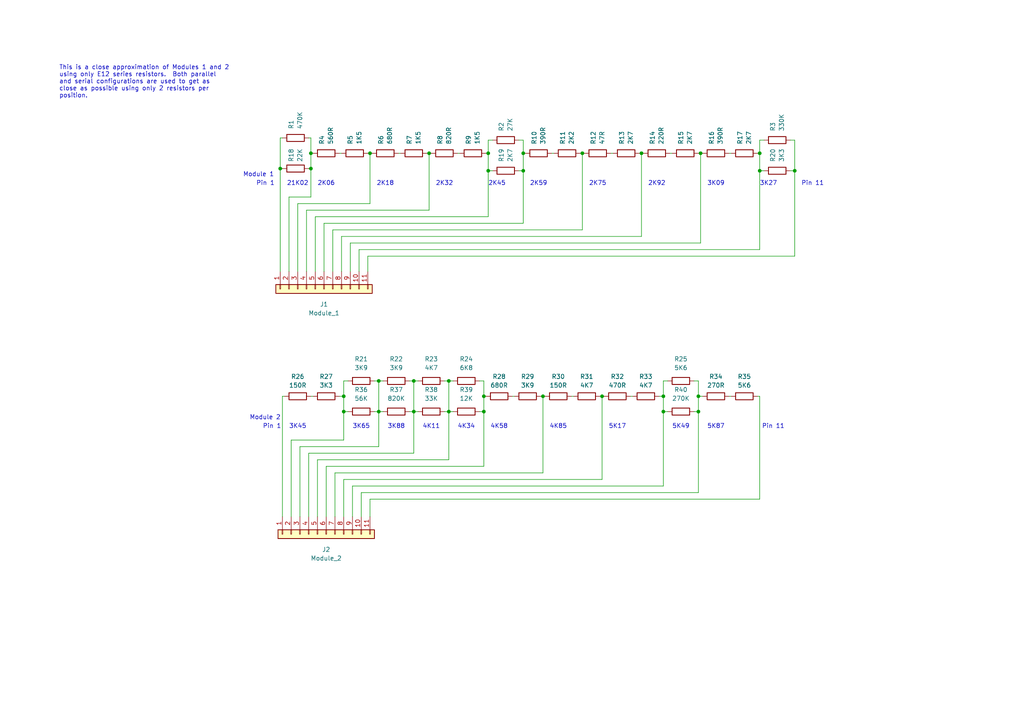
<source format=kicad_sch>
(kicad_sch (version 20211123) (generator eeschema)
  (paper "A4")
  (title_block (title "Approximation of Stylophone Modules") (date "2023-01-15") (rev "1_0") (company "https://www.waitingforfriday.com") (comment 1 "(c) 2023 Simon Inns") (comment 2 "License: Attribution-ShareAlike 4.0 International (CC BY-SA 4.0)"))
  (lib_symbols
    (symbol "Connector_Generic:Conn_01x11" (pin_names (offset 1.016) hide)
      (property "Reference" "J" (at 0 15.24 0))
      (property "Value" "Conn_01x11" (at 0 -15.24 0))
      (symbol "Conn_01x11_1_1"
        (rectangle (start -1.27 -12.573) (end 0 -12.827) (stroke (width 0.1524)))
        (rectangle (start -1.27 -10.033) (end 0 -10.287) (stroke (width 0.1524)))
        (rectangle (start -1.27 -7.493) (end 0 -7.747) (stroke (width 0.1524)))
        (rectangle (start -1.27 -4.953) (end 0 -5.207) (stroke (width 0.1524)))
        (rectangle (start -1.27 -2.413) (end 0 -2.667) (stroke (width 0.1524)))
        (rectangle (start -1.27 0.127) (end 0 -0.127) (stroke (width 0.1524)))
        (rectangle (start -1.27 2.667) (end 0 2.413) (stroke (width 0.1524)))
        (rectangle (start -1.27 5.207) (end 0 4.953) (stroke (width 0.1524)))
        (rectangle (start -1.27 7.747) (end 0 7.493) (stroke (width 0.1524)))
        (rectangle (start -1.27 10.287) (end 0 10.033) (stroke (width 0.1524)))
        (rectangle (start -1.27 12.827) (end 0 12.573) (stroke (width 0.1524)))
        (rectangle (start -1.27 13.97) (end 1.27 -13.97) (stroke (width 0.254)) (fill (type background)))
        (pin passive line (at -5.08 12.7 0) (length 3.81) (name "Pin_1") (number "1"))
        (pin passive line (at -5.08 -10.16 0) (length 3.81) (name "Pin_10") (number "10"))
        (pin passive line (at -5.08 -12.7 0) (length 3.81) (name "Pin_11") (number "11"))
        (pin passive line (at -5.08 10.16 0) (length 3.81) (name "Pin_2") (number "2"))
        (pin passive line (at -5.08 7.62 0) (length 3.81) (name "Pin_3") (number "3"))
        (pin passive line (at -5.08 5.08 0) (length 3.81) (name "Pin_4") (number "4"))
        (pin passive line (at -5.08 2.54 0) (length 3.81) (name "Pin_5") (number "5"))
        (pin passive line (at -5.08 0 0) (length 3.81) (name "Pin_6") (number "6"))
        (pin passive line (at -5.08 -2.54 0) (length 3.81) (name "Pin_7") (number "7"))
        (pin passive line (at -5.08 -5.08 0) (length 3.81) (name "Pin_8") (number "8"))
        (pin passive line (at -5.08 -7.62 0) (length 3.81) (name "Pin_9") (number "9"))
      )
    )
    (symbol "Device:R" (pin_numbers hide) (pin_names (offset 0))
      (property "Reference" "R" (at 2.032 0 90))
      (property "Value" "R" (at 0 0 90))
      (symbol "R_0_1"
        (rectangle (start -1.016 -2.54) (end 1.016 2.54) (stroke (width 0.254)))
      )
      (symbol "R_1_1"
        (pin passive line (at 0 3.81 270) (length 1.27) (name "~") (number "1"))
        (pin passive line (at 0 -3.81 90) (length 1.27) (name "~") (number "2"))
      )
    )
  )
  (junction (at 151.765 44.45))
  (junction (at 220.345 44.45))
  (junction (at 186.055 44.45))
  (junction (at 81.28 48.895))
  (junction (at 109.855 110.49))
  (junction (at 220.345 49.53))
  (junction (at 140.335 114.935))
  (junction (at 90.17 48.895))
  (junction (at 230.505 49.53))
  (junction (at 120.015 110.49))
  (junction (at 120.015 119.38))
  (junction (at 141.605 44.45))
  (junction (at 99.695 114.935))
  (junction (at 90.17 44.45))
  (junction (at 141.605 49.53))
  (junction (at 202.565 114.935))
  (junction (at 130.175 110.49))
  (junction (at 192.405 119.38))
  (junction (at 140.335 119.38))
  (junction (at 168.91 44.45))
  (junction (at 157.48 114.935))
  (junction (at 202.565 119.38))
  (junction (at 192.405 114.935))
  (junction (at 174.625 114.935))
  (junction (at 109.855 119.38))
  (junction (at 151.765 49.53))
  (junction (at 203.2 44.45))
  (junction (at 124.46 44.45))
  (junction (at 99.695 119.38))
  (junction (at 107.315 44.45))
  (junction (at 130.175 119.38))
  (wire (pts (xy 219.71 114.935) (xy 220.345 114.935)))
  (wire (pts (xy 150.495 49.53) (xy 151.765 49.53)))
  (wire (pts (xy 140.335 114.935) (xy 140.335 119.38)))
  (wire (pts (xy 94.615 135.255) (xy 140.335 135.255)))
  (wire (pts (xy 96.52 66.675) (xy 168.91 66.675)))
  (wire (pts (xy 202.565 110.49) (xy 202.565 114.935)))
  (wire (pts (xy 201.295 119.38) (xy 202.565 119.38)))
  (wire (pts (xy 148.59 114.935) (xy 149.225 114.935)))
  (wire (pts (xy 139.065 119.38) (xy 140.335 119.38)))
  (wire (pts (xy 101.6 70.485) (xy 203.2 70.485)))
  (wire (pts (xy 120.015 110.49) (xy 121.285 110.49)))
  (wire (pts (xy 115.57 44.45) (xy 116.205 44.45)))
  (wire (pts (xy 130.175 110.49) (xy 131.445 110.49)))
  (wire (pts (xy 211.455 114.935) (xy 212.09 114.935)))
  (wire (pts (xy 192.405 114.935) (xy 192.405 119.38)))
  (wire (pts (xy 141.605 49.53) (xy 142.875 49.53)))
  (wire (pts (xy 191.135 114.935) (xy 192.405 114.935)))
  (wire (pts (xy 130.175 110.49) (xy 130.175 119.38)))
  (wire (pts (xy 193.675 119.38) (xy 192.405 119.38)))
  (wire (pts (xy 94.615 149.86) (xy 94.615 135.255)))
  (wire (pts (xy 141.605 44.45) (xy 141.605 49.53)))
  (wire (pts (xy 90.17 40.005) (xy 89.535 40.005)))
  (wire (pts (xy 102.235 149.86) (xy 102.235 140.97)))
  (wire (pts (xy 81.915 114.935) (xy 81.915 149.86)))
  (wire (pts (xy 168.275 44.45) (xy 168.91 44.45)))
  (wire (pts (xy 173.99 114.935) (xy 174.625 114.935)))
  (wire (pts (xy 220.345 44.45) (xy 220.345 40.64)))
  (wire (pts (xy 83.82 57.15) (xy 90.17 57.15)))
  (wire (pts (xy 90.17 44.45) (xy 90.17 40.005)))
  (wire (pts (xy 202.565 110.49) (xy 201.295 110.49)))
  (wire (pts (xy 156.845 114.935) (xy 157.48 114.935)))
  (wire (pts (xy 91.44 62.865) (xy 141.605 62.865)))
  (wire (pts (xy 106.68 78.74) (xy 106.68 74.295)))
  (wire (pts (xy 101.6 78.74) (xy 101.6 70.485)))
  (wire (pts (xy 120.015 119.38) (xy 121.285 119.38)))
  (wire (pts (xy 141.605 49.53) (xy 141.605 62.865)))
  (wire (pts (xy 141.605 40.64) (xy 141.605 44.45)))
  (wire (pts (xy 104.14 72.39) (xy 220.345 72.39)))
  (wire (pts (xy 165.735 114.935) (xy 166.37 114.935)))
  (wire (pts (xy 90.17 48.895) (xy 90.17 44.45)))
  (wire (pts (xy 230.505 49.53) (xy 230.505 74.295)))
  (wire (pts (xy 229.235 49.53) (xy 230.505 49.53)))
  (wire (pts (xy 220.345 49.53) (xy 220.345 72.39)))
  (wire (pts (xy 174.625 114.935) (xy 175.26 114.935)))
  (wire (pts (xy 220.345 40.64) (xy 221.615 40.64)))
  (wire (pts (xy 211.455 44.45) (xy 212.09 44.45)))
  (wire (pts (xy 192.405 110.49) (xy 193.675 110.49)))
  (wire (pts (xy 140.97 44.45) (xy 141.605 44.45)))
  (wire (pts (xy 194.31 44.45) (xy 194.945 44.45)))
  (wire (pts (xy 230.505 40.64) (xy 229.235 40.64)))
  (wire (pts (xy 89.535 149.86) (xy 89.535 131.445)))
  (wire (pts (xy 92.075 133.35) (xy 130.175 133.35)))
  (wire (pts (xy 104.775 142.875) (xy 202.565 142.875)))
  (wire (pts (xy 84.455 149.86) (xy 84.455 127.635)))
  (wire (pts (xy 185.42 44.45) (xy 186.055 44.45)))
  (wire (pts (xy 140.335 114.935) (xy 140.97 114.935)))
  (wire (pts (xy 88.9 78.74) (xy 88.9 60.96)))
  (wire (pts (xy 221.615 49.53) (xy 220.345 49.53)))
  (wire (pts (xy 160.02 44.45) (xy 160.655 44.45)))
  (wire (pts (xy 107.315 44.45) (xy 107.315 59.055)))
  (wire (pts (xy 157.48 114.935) (xy 157.48 137.16)))
  (wire (pts (xy 99.695 110.49) (xy 99.695 114.935)))
  (wire (pts (xy 107.315 149.86) (xy 107.315 144.78)))
  (wire (pts (xy 202.565 114.935) (xy 203.835 114.935)))
  (wire (pts (xy 118.745 119.38) (xy 120.015 119.38)))
  (wire (pts (xy 108.585 119.38) (xy 109.855 119.38)))
  (wire (pts (xy 130.175 119.38) (xy 130.175 133.35)))
  (wire (pts (xy 151.765 44.45) (xy 152.4 44.45)))
  (wire (pts (xy 99.695 149.86) (xy 99.695 139.065)))
  (wire (pts (xy 104.14 78.74) (xy 104.14 72.39)))
  (wire (pts (xy 99.695 110.49) (xy 100.965 110.49)))
  (wire (pts (xy 86.36 78.74) (xy 86.36 59.055)))
  (wire (pts (xy 124.46 44.45) (xy 125.095 44.45)))
  (wire (pts (xy 203.2 44.45) (xy 203.2 70.485)))
  (wire (pts (xy 230.505 40.64) (xy 230.505 49.53)))
  (wire (pts (xy 132.715 44.45) (xy 133.35 44.45)))
  (wire (pts (xy 99.695 114.935) (xy 99.695 119.38)))
  (wire (pts (xy 81.915 114.935) (xy 82.55 114.935)))
  (wire (pts (xy 96.52 78.74) (xy 96.52 66.675)))
  (wire (pts (xy 182.88 114.935) (xy 183.515 114.935)))
  (wire (pts (xy 106.68 44.45) (xy 107.315 44.45)))
  (wire (pts (xy 109.855 119.38) (xy 111.125 119.38)))
  (wire (pts (xy 174.625 114.935) (xy 174.625 139.065)))
  (wire (pts (xy 186.055 44.45) (xy 186.055 68.58)))
  (wire (pts (xy 124.46 44.45) (xy 124.46 60.96)))
  (wire (pts (xy 86.995 149.86) (xy 86.995 129.54)))
  (wire (pts (xy 104.775 149.86) (xy 104.775 142.875)))
  (wire (pts (xy 88.9 60.96) (xy 124.46 60.96)))
  (wire (pts (xy 140.335 119.38) (xy 140.335 135.255)))
  (wire (pts (xy 142.875 40.64) (xy 141.605 40.64)))
  (wire (pts (xy 130.175 119.38) (xy 131.445 119.38)))
  (wire (pts (xy 81.28 48.895) (xy 81.28 78.74)))
  (wire (pts (xy 109.855 110.49) (xy 111.125 110.49)))
  (wire (pts (xy 123.825 44.45) (xy 124.46 44.45)))
  (wire (pts (xy 120.015 110.49) (xy 118.745 110.49)))
  (wire (pts (xy 99.06 68.58) (xy 186.055 68.58)))
  (wire (pts (xy 92.075 149.86) (xy 92.075 133.35)))
  (wire (pts (xy 130.175 110.49) (xy 128.905 110.49)))
  (wire (pts (xy 192.405 110.49) (xy 192.405 114.935)))
  (wire (pts (xy 93.98 78.74) (xy 93.98 64.77)))
  (wire (pts (xy 98.425 114.935) (xy 99.695 114.935)))
  (wire (pts (xy 99.695 139.065) (xy 174.625 139.065)))
  (wire (pts (xy 177.165 44.45) (xy 177.8 44.45)))
  (wire (pts (xy 220.345 114.935) (xy 220.345 144.78)))
  (wire (pts (xy 128.905 119.38) (xy 130.175 119.38)))
  (wire (pts (xy 97.155 137.16) (xy 157.48 137.16)))
  (wire (pts (xy 220.345 49.53) (xy 220.345 44.45)))
  (wire (pts (xy 168.91 44.45) (xy 169.545 44.45)))
  (wire (pts (xy 192.405 119.38) (xy 192.405 140.97)))
  (wire (pts (xy 107.315 44.45) (xy 107.95 44.45)))
  (wire (pts (xy 100.965 119.38) (xy 99.695 119.38)))
  (wire (pts (xy 81.28 40.005) (xy 81.915 40.005)))
  (wire (pts (xy 202.565 44.45) (xy 203.2 44.45)))
  (wire (pts (xy 202.565 114.935) (xy 202.565 119.38)))
  (wire (pts (xy 168.91 44.45) (xy 168.91 66.675)))
  (wire (pts (xy 186.055 44.45) (xy 186.69 44.45)))
  (wire (pts (xy 89.535 131.445) (xy 120.015 131.445)))
  (wire (pts (xy 99.695 119.38) (xy 99.695 127.635)))
  (wire (pts (xy 107.315 144.78) (xy 220.345 144.78)))
  (wire (pts (xy 86.36 59.055) (xy 107.315 59.055)))
  (wire (pts (xy 203.2 44.45) (xy 203.835 44.45)))
  (wire (pts (xy 109.855 119.38) (xy 109.855 129.54)))
  (wire (pts (xy 86.995 129.54) (xy 109.855 129.54)))
  (wire (pts (xy 102.235 140.97) (xy 192.405 140.97)))
  (wire (pts (xy 90.17 114.935) (xy 90.805 114.935)))
  (wire (pts (xy 81.28 40.005) (xy 81.28 48.895)))
  (wire (pts (xy 140.335 110.49) (xy 140.335 114.935)))
  (wire (pts (xy 97.155 149.86) (xy 97.155 137.16)))
  (wire (pts (xy 151.765 49.53) (xy 151.765 44.45)))
  (wire (pts (xy 106.68 74.295) (xy 230.505 74.295)))
  (wire (pts (xy 83.82 78.74) (xy 83.82 57.15)))
  (wire (pts (xy 91.44 78.74) (xy 91.44 62.865)))
  (wire (pts (xy 90.17 44.45) (xy 90.805 44.45)))
  (wire (pts (xy 90.17 48.895) (xy 90.17 57.15)))
  (wire (pts (xy 109.855 110.49) (xy 108.585 110.49)))
  (wire (pts (xy 120.015 110.49) (xy 120.015 119.38)))
  (wire (pts (xy 202.565 119.38) (xy 202.565 142.875)))
  (wire (pts (xy 84.455 127.635) (xy 99.695 127.635)))
  (wire (pts (xy 89.535 48.895) (xy 90.17 48.895)))
  (wire (pts (xy 93.98 64.77) (xy 151.765 64.77)))
  (wire (pts (xy 109.855 110.49) (xy 109.855 119.38)))
  (wire (pts (xy 140.335 110.49) (xy 139.065 110.49)))
  (wire (pts (xy 219.71 44.45) (xy 220.345 44.45)))
  (wire (pts (xy 151.765 44.45) (xy 151.765 40.64)))
  (wire (pts (xy 81.915 48.895) (xy 81.28 48.895)))
  (wire (pts (xy 151.765 40.64) (xy 150.495 40.64)))
  (wire (pts (xy 120.015 119.38) (xy 120.015 131.445)))
  (wire (pts (xy 157.48 114.935) (xy 158.115 114.935)))
  (wire (pts (xy 151.765 49.53) (xy 151.765 64.77)))
  (wire (pts (xy 98.425 44.45) (xy 99.06 44.45)))
  (wire (pts (xy 99.06 78.74) (xy 99.06 68.58)))
  (text "2K32" (at 126.365 53.975 0) (effects (font (size 1.27 1.27)) (justify left bottom)))
  (text "2K75" (at 170.815 53.975 0) (effects (font (size 1.27 1.27)) (justify left bottom)))
  (text "4K85" (at 159.385 124.46 0) (effects (font (size 1.27 1.27)) (justify left bottom)))
  (text "5K49" (at 194.945 124.46 0) (effects (font (size 1.27 1.27)) (justify left bottom)))
  (text "2K06" (at 92.075 53.975 0) (effects (font (size 1.27 1.27)) (justify left bottom)))
  (text "This is a close approximation of Modules 1 and 2 \nusing only E12 series resistors.  Both parallel\nand serial configurations are used to get as\nclose as possible using only 2 resistors per\nposition." (at 17.145 28.575 0) (effects (font (size 1.27 1.27)) (justify left bottom)))
  (text "4K34" (at 132.715 124.46 0) (effects (font (size 1.27 1.27)) (justify left bottom)))
  (text "3K27" (at 220.345 53.975 0) (effects (font (size 1.27 1.27)) (justify left bottom)))
  (text "3K45" (at 83.82 124.46 0) (effects (font (size 1.27 1.27)) (justify left bottom)))
  (text "Pin 11" (at 232.41 53.975 0) (effects (font (size 1.27 1.27)) (justify left bottom)))
  (text "2K45" (at 141.605 53.975 0) (effects (font (size 1.27 1.27)) (justify left bottom)))
  (text "2K92" (at 187.96 53.975 0) (effects (font (size 1.27 1.27)) (justify left bottom)))
  (text "Pin 11" (at 220.98 124.46 0) (effects (font (size 1.27 1.27)) (justify left bottom)))
  (text "3K65" (at 102.235 124.46 0) (effects (font (size 1.27 1.27)) (justify left bottom)))
  (text "Pin 1" (at 74.295 53.975 0) (effects (font (size 1.27 1.27)) (justify left bottom)))
  (text "Module 1" (at 70.485 51.435 0) (effects (font (size 1.27 1.27)) (justify left bottom)))
  (text "2K59" (at 153.67 53.975 0) (effects (font (size 1.27 1.27)) (justify left bottom)))
  (text "3K88" (at 112.395 124.46 0) (effects (font (size 1.27 1.27)) (justify left bottom)))
  (text "Module 2" (at 72.39 121.92 0) (effects (font (size 1.27 1.27)) (justify left bottom)))
  (text "3K09" (at 205.105 53.975 0) (effects (font (size 1.27 1.27)) (justify left bottom)))
  (text "2K18" (at 109.22 53.975 0) (effects (font (size 1.27 1.27)) (justify left bottom)))
  (text "5K87" (at 205.105 124.46 0) (effects (font (size 1.27 1.27)) (justify left bottom)))
  (text "4K11" (at 122.555 124.46 0) (effects (font (size 1.27 1.27)) (justify left bottom)))
  (text "Pin 1" (at 76.2 124.46 0) (effects (font (size 1.27 1.27)) (justify left bottom)))
  (text "4K58" (at 142.24 124.46 0) (effects (font (size 1.27 1.27)) (justify left bottom)))
  (text "5K17" (at 176.53 124.46 0) (effects (font (size 1.27 1.27)) (justify left bottom)))
  (text "21K02" (at 83.185 53.975 0) (effects (font (size 1.27 1.27)) (justify left bottom)))
  (symbol (lib_id "Device:R") (at 114.935 119.38 90) (unit 1)
    (property "Reference" "R37" (at 114.935 113.03 90))
    (property "Value" "820K" (at 114.935 115.57 90))
    (property "Footprint" "Resistor_SMD:R_0805_2012Metric" (effects hide))
  )
  (symbol (lib_id "Device:R") (at 146.685 49.53 90) (unit 1)
    (property "Reference" "R19" (at 145.4149 46.99 0) (effects (justify left)))
    (property "Value" "2K7" (at 147.9549 46.99 0) (effects (justify left)))
    (property "Footprint" "Resistor_SMD:R_0805_2012Metric" (effects hide))
  )
  (symbol (lib_id "Device:R") (at 187.325 114.935 90) (unit 1)
    (property "Reference" "R33" (at 187.325 109.22 90))
    (property "Value" "4K7" (at 187.325 111.76 90))
    (property "Footprint" "Resistor_SMD:R_0805_2012Metric" (effects hide))
  )
  (symbol (lib_id "Device:R") (at 179.07 114.935 90) (unit 1)
    (property "Reference" "R32" (at 179.07 109.22 90))
    (property "Value" "470R" (at 179.07 111.76 90))
    (property "Footprint" "Resistor_SMD:R_0805_2012Metric" (effects hide))
  )
  (symbol (lib_id "Device:R") (at 153.035 114.935 90) (unit 1)
    (property "Reference" "R29" (at 153.035 109.22 90))
    (property "Value" "3K9" (at 153.035 111.76 90))
    (property "Footprint" "Resistor_SMD:R_0805_2012Metric" (effects hide))
  )
  (symbol (lib_id "Device:R") (at 144.78 114.935 90) (unit 1)
    (property "Reference" "R28" (at 144.78 109.22 90))
    (property "Value" "680R" (at 144.78 111.76 90))
    (property "Footprint" "Resistor_SMD:R_0805_2012Metric" (effects hide))
  )
  (symbol (lib_id "Device:R") (at 207.645 114.935 90) (unit 1)
    (property "Reference" "R34" (at 207.645 109.22 90))
    (property "Value" "270R" (at 207.645 111.76 90))
    (property "Footprint" "Resistor_SMD:R_0805_2012Metric" (effects hide))
  )
  (symbol (lib_id "Device:R") (at 120.015 44.45 90) (unit 1)
    (property "Reference" "R7" (at 118.7449 41.91 0) (effects (justify left)))
    (property "Value" "1K5" (at 121.2849 41.91 0) (effects (justify left)))
    (property "Footprint" "Resistor_SMD:R_0805_2012Metric" (effects hide))
  )
  (symbol (lib_id "Connector_Generic:Conn_01x11") (at 93.98 83.82 90) (mirror x) (unit 1)
    (property "Reference" "J1" (at 93.98 88.265 90))
    (property "Value" "Module_1" (at 93.98 90.805 90))
    (property "Footprint" "Connector_PinHeader_2.54mm:PinHeader_1x11_P2.54mm_Horizontal" (effects hide))
  )
  (symbol (lib_id "Device:R") (at 164.465 44.45 90) (unit 1)
    (property "Reference" "R11" (at 163.1949 41.91 0) (effects (justify left)))
    (property "Value" "2K2" (at 165.7349 41.91 0) (effects (justify left)))
    (property "Footprint" "Resistor_SMD:R_0805_2012Metric" (effects hide))
  )
  (symbol (lib_id "Device:R") (at 104.775 110.49 90) (unit 1)
    (property "Reference" "R21" (at 104.775 104.14 90))
    (property "Value" "3K9" (at 104.775 106.68 90))
    (property "Footprint" "Resistor_SMD:R_0805_2012Metric" (effects hide))
  )
  (symbol (lib_id "Device:R") (at 146.685 40.64 90) (unit 1)
    (property "Reference" "R2" (at 145.4149 38.1 0) (effects (justify left)))
    (property "Value" "27K" (at 147.9549 38.1 0) (effects (justify left)))
    (property "Footprint" "Resistor_SMD:R_0805_2012Metric" (effects hide))
  )
  (symbol (lib_id "Connector_Generic:Conn_01x11") (at 94.615 154.94 90) (mirror x) (unit 1)
    (property "Reference" "J2" (at 94.615 159.385 90))
    (property "Value" "Module_2" (at 94.615 161.925 90))
    (property "Footprint" "Connector_PinHeader_2.54mm:PinHeader_1x11_P2.54mm_Horizontal" (effects hide))
  )
  (symbol (lib_id "Device:R") (at 197.485 110.49 90) (unit 1)
    (property "Reference" "R25" (at 197.485 104.14 90))
    (property "Value" "5K6" (at 197.485 106.68 90))
    (property "Footprint" "Resistor_SMD:R_0805_2012Metric" (effects hide))
  )
  (symbol (lib_id "Device:R") (at 135.255 110.49 90) (unit 1)
    (property "Reference" "R24" (at 135.255 104.14 90))
    (property "Value" "6K8" (at 135.255 106.68 90))
    (property "Footprint" "Resistor_SMD:R_0805_2012Metric" (effects hide))
  )
  (symbol (lib_id "Device:R") (at 102.87 44.45 90) (unit 1)
    (property "Reference" "R5" (at 101.5999 41.91 0) (effects (justify left)))
    (property "Value" "1K5" (at 104.1399 41.91 0) (effects (justify left)))
    (property "Footprint" "Resistor_SMD:R_0805_2012Metric" (effects hide))
  )
  (symbol (lib_id "Device:R") (at 215.9 44.45 90) (unit 1)
    (property "Reference" "R17" (at 214.6299 41.91 0) (effects (justify left)))
    (property "Value" "2K7" (at 217.1699 41.91 0) (effects (justify left)))
    (property "Footprint" "Resistor_SMD:R_0805_2012Metric" (effects hide))
  )
  (symbol (lib_id "Device:R") (at 207.645 44.45 90) (unit 1)
    (property "Reference" "R16" (at 206.3749 41.91 0) (effects (justify left)))
    (property "Value" "390R" (at 208.9149 41.91 0) (effects (justify left)))
    (property "Footprint" "Resistor_SMD:R_0805_2012Metric" (effects hide))
  )
  (symbol (lib_id "Device:R") (at 156.21 44.45 90) (unit 1)
    (property "Reference" "R10" (at 154.9399 41.91 0) (effects (justify left)))
    (property "Value" "390R" (at 157.4799 41.91 0) (effects (justify left)))
    (property "Footprint" "Resistor_SMD:R_0805_2012Metric" (effects hide))
  )
  (symbol (lib_id "Device:R") (at 125.095 110.49 90) (unit 1)
    (property "Reference" "R23" (at 125.095 104.14 90))
    (property "Value" "4K7" (at 125.095 106.68 90))
    (property "Footprint" "Resistor_SMD:R_0805_2012Metric" (effects hide))
  )
  (symbol (lib_id "Device:R") (at 85.725 40.005 90) (unit 1)
    (property "Reference" "R1" (at 84.4549 37.465 0) (effects (justify left)))
    (property "Value" "470K" (at 86.9949 37.465 0) (effects (justify left)))
    (property "Footprint" "Resistor_SMD:R_0805_2012Metric" (effects hide))
  )
  (symbol (lib_id "Device:R") (at 104.775 119.38 90) (unit 1)
    (property "Reference" "R36" (at 104.775 113.03 90))
    (property "Value" "56K" (at 104.775 115.57 90))
    (property "Footprint" "Resistor_SMD:R_0805_2012Metric" (effects hide))
  )
  (symbol (lib_id "Device:R") (at 173.355 44.45 90) (unit 1)
    (property "Reference" "R12" (at 172.0849 41.91 0) (effects (justify left)))
    (property "Value" "47R" (at 174.6249 41.91 0) (effects (justify left)))
    (property "Footprint" "Resistor_SMD:R_0805_2012Metric" (effects hide))
  )
  (symbol (lib_id "Device:R") (at 94.615 44.45 90) (unit 1)
    (property "Reference" "R4" (at 93.3449 41.91 0) (effects (justify left)))
    (property "Value" "560R" (at 95.8849 41.91 0) (effects (justify left)))
    (property "Footprint" "Resistor_SMD:R_0805_2012Metric" (effects hide))
  )
  (symbol (lib_id "Device:R") (at 94.615 114.935 90) (unit 1)
    (property "Reference" "R27" (at 94.615 109.22 90))
    (property "Value" "3K3" (at 94.615 111.76 90))
    (property "Footprint" "Resistor_SMD:R_0805_2012Metric" (effects hide))
  )
  (symbol (lib_id "Device:R") (at 161.925 114.935 90) (unit 1)
    (property "Reference" "R30" (at 161.925 109.22 90))
    (property "Value" "150R" (at 161.925 111.76 90))
    (property "Footprint" "Resistor_SMD:R_0805_2012Metric" (effects hide))
  )
  (symbol (lib_id "Device:R") (at 190.5 44.45 90) (unit 1)
    (property "Reference" "R14" (at 189.2299 41.91 0) (effects (justify left)))
    (property "Value" "220R" (at 191.7699 41.91 0) (effects (justify left)))
    (property "Footprint" "Resistor_SMD:R_0805_2012Metric" (effects hide))
  )
  (symbol (lib_id "Device:R") (at 181.61 44.45 90) (unit 1)
    (property "Reference" "R13" (at 180.3399 41.91 0) (effects (justify left)))
    (property "Value" "2K7" (at 182.8799 41.91 0) (effects (justify left)))
    (property "Footprint" "Resistor_SMD:R_0805_2012Metric" (effects hide))
  )
  (symbol (lib_id "Device:R") (at 114.935 110.49 90) (unit 1)
    (property "Reference" "R22" (at 114.935 104.14 90))
    (property "Value" "3K9" (at 114.935 106.68 90))
    (property "Footprint" "Resistor_SMD:R_0805_2012Metric" (effects hide))
  )
  (symbol (lib_id "Device:R") (at 225.425 40.64 90) (unit 1)
    (property "Reference" "R3" (at 224.1549 38.1 0) (effects (justify left)))
    (property "Value" "330K" (at 226.6949 38.1 0) (effects (justify left)))
    (property "Footprint" "Resistor_SMD:R_0805_2012Metric" (effects hide))
  )
  (symbol (lib_id "Device:R") (at 85.725 48.895 90) (unit 1)
    (property "Reference" "R18" (at 84.4549 46.99 0) (effects (justify left)))
    (property "Value" "22K" (at 86.9949 46.99 0) (effects (justify left)))
    (property "Footprint" "Resistor_SMD:R_0805_2012Metric" (effects hide))
  )
  (symbol (lib_id "Device:R") (at 198.755 44.45 90) (unit 1)
    (property "Reference" "R15" (at 197.4849 41.91 0) (effects (justify left)))
    (property "Value" "2K7" (at 200.0249 41.91 0) (effects (justify left)))
    (property "Footprint" "Resistor_SMD:R_0805_2012Metric" (effects hide))
  )
  (symbol (lib_id "Device:R") (at 128.905 44.45 90) (unit 1)
    (property "Reference" "R8" (at 127.6349 41.91 0) (effects (justify left)))
    (property "Value" "820R" (at 130.1749 41.91 0) (effects (justify left)))
    (property "Footprint" "Resistor_SMD:R_0805_2012Metric" (effects hide))
  )
  (symbol (lib_id "Device:R") (at 225.425 49.53 90) (unit 1)
    (property "Reference" "R20" (at 224.1549 46.99 0) (effects (justify left)))
    (property "Value" "3K3" (at 226.6949 46.99 0) (effects (justify left)))
    (property "Footprint" "Resistor_SMD:R_0805_2012Metric" (effects hide))
  )
  (symbol (lib_id "Device:R") (at 137.16 44.45 90) (unit 1)
    (property "Reference" "R9" (at 135.8899 41.91 0) (effects (justify left)))
    (property "Value" "1K5" (at 138.4299 41.91 0) (effects (justify left)))
    (property "Footprint" "Resistor_SMD:R_0805_2012Metric" (effects hide))
  )
  (symbol (lib_id "Device:R") (at 125.095 119.38 90) (unit 1)
    (property "Reference" "R38" (at 125.095 113.03 90))
    (property "Value" "33K" (at 125.095 115.57 90))
    (property "Footprint" "Resistor_SMD:R_0805_2012Metric" (effects hide))
  )
  (symbol (lib_id "Device:R") (at 135.255 119.38 90) (unit 1)
    (property "Reference" "R39" (at 135.255 113.03 90))
    (property "Value" "12K" (at 135.255 115.57 90))
    (property "Footprint" "Resistor_SMD:R_0805_2012Metric" (effects hide))
  )
  (symbol (lib_id "Device:R") (at 86.36 114.935 90) (unit 1)
    (property "Reference" "R26" (at 86.36 109.22 90))
    (property "Value" "150R" (at 86.36 111.76 90))
    (property "Footprint" "Resistor_SMD:R_0805_2012Metric" (effects hide))
  )
  (symbol (lib_id "Device:R") (at 215.9 114.935 90) (unit 1)
    (property "Reference" "R35" (at 215.9 109.22 90))
    (property "Value" "5K6" (at 215.9 111.76 90))
    (property "Footprint" "Resistor_SMD:R_0805_2012Metric" (effects hide))
  )
  (symbol (lib_id "Device:R") (at 197.485 119.38 90) (unit 1)
    (property "Reference" "R40" (at 197.485 113.03 90))
    (property "Value" "270K" (at 197.485 115.57 90))
    (property "Footprint" "Resistor_SMD:R_0805_2012Metric" (effects hide))
  )
  (symbol (lib_id "Device:R") (at 170.18 114.935 90) (unit 1)
    (property "Reference" "R31" (at 170.18 109.22 90))
    (property "Value" "4K7" (at 170.18 111.76 90))
    (property "Footprint" "Resistor_SMD:R_0805_2012Metric" (effects hide))
  )
  (symbol (lib_id "Device:R") (at 111.76 44.45 90) (unit 1)
    (property "Reference" "R6" (at 110.4899 41.91 0) (effects (justify left)))
    (property "Value" "680R" (at 113.0299 41.91 0) (effects (justify left)))
    (property "Footprint" "Resistor_SMD:R_0805_2012Metric" (effects hide))
  )
)
</source>
